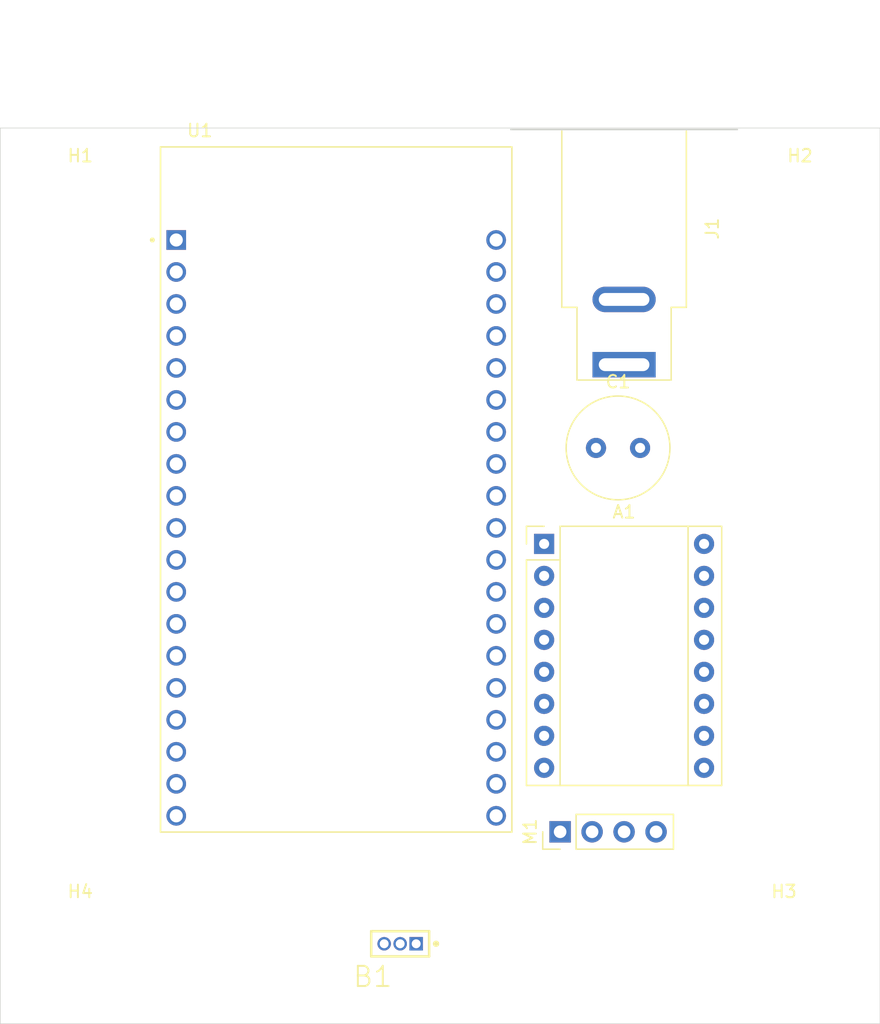
<source format=kicad_pcb>
(kicad_pcb (version 20241229) (generator "pcbnew") (generator_version "9.0")
  (layers (0 "F.Cu" signal) (2 "B.Cu" signal) (13 "F.Paste" user) (15 "B.Paste" user) (5 "F.SilkS" user "F.Silkscreen") (7 "B.SilkS" user "B.Silkscreen") (1 "F.Mask" user) (3 "B.Mask" user) (25 "Edge.Cuts" user))
  (net 0 "")
  (net 1 "Net-(A1-2A)")
  (net 2 "+5V")
  (net 3 "<NO NET>")
  (net 4 "Net-(A1-1B)")
  (net 5 "D19")
  (net 6 "Net-(A1-1A)")
  (net 7 "Net-(A1-~{RESET})")
  (net 8 "D18")
  (net 10 "+12V")
  (net 11 "Net-(A1-2B)")
  (net 12 "D15")
  (net 13 "GND")
  (footprint "Module:Pololu_Breakout-16_15.2x20.3mm" (layer "F.Cu") (at 151.13 95.25)
    (property "Reference" "A1" (at 6.35 -2.54 0) (layer "F.SilkS"))
    (property "Value" "Pololu_Breakout_A4988")
    (fp_line (start -1.4 -1.4) (end -1.4 0) (stroke (width 0.12)) (layer "F.SilkS"))
    (fp_line (start -1.4 1.27) (end -1.4 19.18) (stroke (width 0.12)) (layer "F.SilkS"))
    (fp_line (start -1.4 19.18) (end 14.1 19.18) (stroke (width 0.12)) (layer "F.SilkS"))
    (fp_line (start 0 -1.4) (end -1.4 -1.4) (stroke (width 0.12)) (layer "F.SilkS"))
    (fp_line (start 1.27 -1.4) (end 1.27 1.27) (stroke (width 0.12)) (layer "F.SilkS"))
    (fp_line (start 1.27 1.27) (end -1.4 1.27) (stroke (width 0.12)) (layer "F.SilkS"))
    (fp_line (start 1.27 1.27) (end 1.27 19.18) (stroke (width 0.12)) (layer "F.SilkS"))
    (fp_line (start 11.43 -1.4) (end 11.43 19.18) (stroke (width 0.12)) (layer "F.SilkS"))
    (fp_line (start 14.1 -1.4) (end 1.27 -1.4) (stroke (width 0.12)) (layer "F.SilkS"))
    (fp_line (start 14.1 19.18) (end 14.1 -1.4) (stroke (width 0.12)) (layer "F.SilkS"))
    (pad "1" thru_hole rect (at 0 0) (size 1.6 1.6) (drill 0.8) (layers "*.Cu" "*.Mask") (net 3 "<NO NET>"))
    (pad "2" thru_hole oval (at 0 2.54) (size 1.6 1.6) (drill 0.8) (layers "*.Cu" "*.Mask") (net 2 "+5V"))
    (pad "3" thru_hole oval (at 0 5.08) (size 1.6 1.6) (drill 0.8) (layers "*.Cu" "*.Mask") (net 4 "Net-(A1-1B)"))
    (pad "4" thru_hole oval (at 0 7.62) (size 1.6 1.6) (drill 0.8) (layers "*.Cu" "*.Mask") (net 6 "Net-(A1-1A)"))
    (pad "5" thru_hole oval (at 0 10.16) (size 1.6 1.6) (drill 0.8) (layers "*.Cu" "*.Mask") (net 1 "Net-(A1-2A)"))
    (pad "6" thru_hole oval (at 0 12.7) (size 1.6 1.6) (drill 0.8) (layers "*.Cu" "*.Mask") (net 11 "Net-(A1-2B)"))
    (pad "7" thru_hole oval (at 0 15.24) (size 1.6 1.6) (drill 0.8) (layers "*.Cu" "*.Mask") (net 3 "<NO NET>"))
    (pad "8" thru_hole oval (at 0 17.78) (size 1.6 1.6) (drill 0.8) (layers "*.Cu" "*.Mask") (net 10 "+12V"))
    (pad "9" thru_hole oval (at 12.7 17.78) (size 1.6 1.6) (drill 0.8) (layers "*.Cu" "*.Mask"))
    (pad "10" thru_hole oval (at 12.7 15.24) (size 1.6 1.6) (drill 0.8) (layers "*.Cu" "*.Mask") (net 2 "+5V"))
    (pad "11" thru_hole oval (at 12.7 12.7) (size 1.6 1.6) (drill 0.8) (layers "*.Cu" "*.Mask") (net 2 "+5V"))
    (pad "12" thru_hole oval (at 12.7 10.16) (size 1.6 1.6) (drill 0.8) (layers "*.Cu" "*.Mask") (net 2 "+5V"))
    (pad "13" thru_hole oval (at 12.7 7.62) (size 1.6 1.6) (drill 0.8) (layers "*.Cu" "*.Mask") (net 7 "Net-(A1-~{RESET})"))
    (pad "14" thru_hole oval (at 12.7 5.08) (size 1.6 1.6) (drill 0.8) (layers "*.Cu" "*.Mask") (net 7 "Net-(A1-~{RESET})"))
    (pad "15" thru_hole oval (at 12.7 2.54) (size 1.6 1.6) (drill 0.8) (layers "*.Cu" "*.Mask") (net 8 "D18"))
    (pad "16" thru_hole oval (at 12.7 0) (size 1.6 1.6) (drill 0.8) (layers "*.Cu" "*.Mask") (net 5 "D19"))
  )
  (footprint "ESP32-DEVKITC-32D:MODULE_ESP32-DEVKITC-32D" (layer "F.Cu") (at 134.62 90.88)
    (property "Reference" "U1" (at -10.829175 -28.446045 0) (layer "F.SilkS") (effects (font (size 1.000386 1.000386))))
    (property "Value" "ESP32-DEVKITC-32D")
    (fp_line (start -13.95 -27.15) (end 13.95 -27.15) (stroke (width 0.127)) (layer "F.SilkS"))
    (fp_line (start -13.95 27.25) (end -13.95 -27.15) (stroke (width 0.127)) (layer "F.SilkS"))
    (fp_line (start 13.95 -27.15) (end 13.95 27.25) (stroke (width 0.127)) (layer "F.SilkS"))
    (fp_line (start 13.95 27.25) (end -13.95 27.25) (stroke (width 0.127)) (layer "F.SilkS"))
    (fp_circle (center -14.6 -19.76) (end -14.5 -19.76) (stroke (width 0.2)) (fill no) (layer "F.SilkS"))
    (pad "J2-1" thru_hole rect (at -12.7 -19.76) (size 1.56 1.56) (drill 1.04) (layers "*.Cu" "*.Mask"))
    (pad "J2-2" thru_hole circle (at -12.7 -17.22) (size 1.56 1.56) (drill 1.04) (layers "*.Cu" "*.Mask"))
    (pad "J2-3" thru_hole circle (at -12.7 -14.68) (size 1.56 1.56) (drill 1.04) (layers "*.Cu" "*.Mask"))
    (pad "J2-4" thru_hole circle (at -12.7 -12.14) (size 1.56 1.56) (drill 1.04) (layers "*.Cu" "*.Mask"))
    (pad "J2-5" thru_hole circle (at -12.7 -9.6) (size 1.56 1.56) (drill 1.04) (layers "*.Cu" "*.Mask"))
    (pad "J2-6" thru_hole circle (at -12.7 -7.06) (size 1.56 1.56) (drill 1.04) (layers "*.Cu" "*.Mask"))
    (pad "J2-7" thru_hole circle (at -12.7 -4.52) (size 1.56 1.56) (drill 1.04) (layers "*.Cu" "*.Mask"))
    (pad "J2-8" thru_hole circle (at -12.7 -1.98) (size 1.56 1.56) (drill 1.04) (layers "*.Cu" "*.Mask"))
    (pad "J2-9" thru_hole circle (at -12.7 0.56) (size 1.56 1.56) (drill 1.04) (layers "*.Cu" "*.Mask"))
    (pad "J2-10" thru_hole circle (at -12.7 3.1) (size 1.56 1.56) (drill 1.04) (layers "*.Cu" "*.Mask"))
    (pad "J2-11" thru_hole circle (at -12.7 5.64) (size 1.56 1.56) (drill 1.04) (layers "*.Cu" "*.Mask"))
    (pad "J2-12" thru_hole circle (at -12.7 8.18) (size 1.56 1.56) (drill 1.04) (layers "*.Cu" "*.Mask"))
    (pad "J2-13" thru_hole circle (at -12.7 10.72) (size 1.56 1.56) (drill 1.04) (layers "*.Cu" "*.Mask"))
    (pad "J2-14" thru_hole circle (at -12.7 13.26) (size 1.56 1.56) (drill 1.04) (layers "*.Cu" "*.Mask") (net 13 "GND"))
    (pad "J2-15" thru_hole circle (at -12.7 15.8) (size 1.56 1.56) (drill 1.04) (layers "*.Cu" "*.Mask"))
    (pad "J2-16" thru_hole circle (at -12.7 18.34) (size 1.56 1.56) (drill 1.04) (layers "*.Cu" "*.Mask"))
    (pad "J2-17" thru_hole circle (at -12.7 20.88) (size 1.56 1.56) (drill 1.04) (layers "*.Cu" "*.Mask"))
    (pad "J2-18" thru_hole circle (at -12.7 23.42) (size 1.56 1.56) (drill 1.04) (layers "*.Cu" "*.Mask"))
    (pad "J2-19" thru_hole circle (at -12.7 25.96) (size 1.56 1.56) (drill 1.04) (layers "*.Cu" "*.Mask"))
    (pad "J3-1" thru_hole circle (at 12.7 -19.76) (size 1.56 1.56) (drill 1.04) (layers "*.Cu" "*.Mask") (net 13 "GND"))
    (pad "J3-2" thru_hole circle (at 12.7 -17.22) (size 1.56 1.56) (drill 1.04) (layers "*.Cu" "*.Mask"))
    (pad "J3-3" thru_hole circle (at 12.7 -14.68) (size 1.56 1.56) (drill 1.04) (layers "*.Cu" "*.Mask"))
    (pad "J3-4" thru_hole circle (at 12.7 -12.14) (size 1.56 1.56) (drill 1.04) (layers "*.Cu" "*.Mask"))
    (pad "J3-5" thru_hole circle (at 12.7 -9.6) (size 1.56 1.56) (drill 1.04) (layers "*.Cu" "*.Mask"))
    (pad "J3-6" thru_hole circle (at 12.7 -7.06) (size 1.56 1.56) (drill 1.04) (layers "*.Cu" "*.Mask"))
    (pad "J3-7" thru_hole circle (at 12.7 -4.52) (size 1.56 1.56) (drill 1.04) (layers "*.Cu" "*.Mask") (net 13 "GND"))
    (pad "J3-8" thru_hole circle (at 12.7 -1.98) (size 1.56 1.56) (drill 1.04) (layers "*.Cu" "*.Mask") (net 5 "D19"))
    (pad "J3-9" thru_hole circle (at 12.7 0.56) (size 1.56 1.56) (drill 1.04) (layers "*.Cu" "*.Mask") (net 8 "D18"))
    (pad "J3-10" thru_hole circle (at 12.7 3.1) (size 1.56 1.56) (drill 1.04) (layers "*.Cu" "*.Mask"))
    (pad "J3-11" thru_hole circle (at 12.7 5.64) (size 1.56 1.56) (drill 1.04) (layers "*.Cu" "*.Mask"))
    (pad "J3-12" thru_hole circle (at 12.7 8.18) (size 1.56 1.56) (drill 1.04) (layers "*.Cu" "*.Mask"))
    (pad "J3-13" thru_hole circle (at 12.7 10.72) (size 1.56 1.56) (drill 1.04) (layers "*.Cu" "*.Mask"))
    (pad "J3-14" thru_hole circle (at 12.7 13.26) (size 1.56 1.56) (drill 1.04) (layers "*.Cu" "*.Mask"))
    (pad "J3-15" thru_hole circle (at 12.7 15.8) (size 1.56 1.56) (drill 1.04) (layers "*.Cu" "*.Mask"))
    (pad "J3-16" thru_hole circle (at 12.7 18.34) (size 1.56 1.56) (drill 1.04) (layers "*.Cu" "*.Mask") (net 12 "D15"))
    (pad "J3-17" thru_hole circle (at 12.7 20.88) (size 1.56 1.56) (drill 1.04) (layers "*.Cu" "*.Mask"))
    (pad "J3-18" thru_hole circle (at 12.7 23.42) (size 1.56 1.56) (drill 1.04) (layers "*.Cu" "*.Mask"))
    (pad "J3-19" thru_hole circle (at 12.7 25.96) (size 1.56 1.56) (drill 1.04) (layers "*.Cu" "*.Mask"))
  )
  (footprint "MountingHole:MountingHole_3.2mm_M3" (layer "F.Cu") (at 171.45 68.58)
    (property "Reference" "H2" (at 0 -4.15 0) (layer "F.SilkS"))
    (property "Value" "MountingHole")
    (pad "" np_thru_hole circle (at 0 0) (size 3.2 3.2) (drill 3.2) (layers "*.Cu" "*.Mask"))
  )
  (footprint "Capacitor_THT:C_Radial_D8.0mm_H11.5mm_P3.50mm" (layer "F.Cu") (at 155.25 87.63)
    (property "Reference" "C1" (at 1.75 -5.25 0) (layer "F.SilkS"))
    (property "Value" "100uF")
    (fp_circle (center 1.75 0) (end 5.87 0) (stroke (width 0.12)) (fill no) (layer "F.SilkS"))
    (pad "1" thru_hole circle (at 0 0) (size 1.6 1.6) (drill 0.8) (layers "*.Cu" "*.Mask") (net 10 "+12V"))
    (pad "2" thru_hole circle (at 3.5 0) (size 1.6 1.6) (drill 0.8) (layers "*.Cu" "*.Mask") (net 3 "<NO NET>"))
  )
  (footprint "MountingHole:MountingHole_3.2mm_M3" (layer "F.Cu") (at 170.18 127)
    (property "Reference" "H3" (at 0 -4.15 0) (layer "F.SilkS"))
    (property "Value" "MountingHole")
    (pad "" np_thru_hole circle (at 0 0) (size 3.2 3.2) (drill 3.2) (layers "*.Cu" "*.Mask"))
  )
  (footprint "Connector_PinHeader_2.54mm:PinHeader_1x04_P2.54mm_Vertical" (layer "F.Cu") (at 152.4 118.11 90)
    (property "Reference" "M1" (at 0 -2.38 90) (layer "F.SilkS"))
    (property "Value" "Stepper_Motor_bipolar")
    (fp_line (start -1.38 -1.38) (end 0 -1.38) (stroke (width 0.12)) (layer "F.SilkS"))
    (fp_line (start -1.38 0) (end -1.38 -1.38) (stroke (width 0.12)) (layer "F.SilkS"))
    (fp_line (start 1.38 1.27) (end 1.38 9) (stroke (width 0.12)) (layer "F.SilkS"))
    (fp_line (start -1.38 1.27) (end 1.38 1.27) (stroke (width 0.12)) (layer "F.SilkS"))
    (fp_line (start -1.38 1.27) (end -1.38 9) (stroke (width 0.12)) (layer "F.SilkS"))
    (fp_line (start -1.38 9) (end 1.38 9) (stroke (width 0.12)) (layer "F.SilkS"))
    (pad "1" thru_hole rect (at 0 0 90) (size 1.7 1.7) (drill 1) (layers "*.Cu" "*.Mask") (net 6 "Net-(A1-1A)"))
    (pad "2" thru_hole circle (at 0 2.54 90) (size 1.7 1.7) (drill 1) (layers "*.Cu" "*.Mask") (net 4 "Net-(A1-1B)"))
    (pad "3" thru_hole circle (at 0 5.08 90) (size 1.7 1.7) (drill 1) (layers "*.Cu" "*.Mask") (net 1 "Net-(A1-2A)"))
    (pad "4" thru_hole circle (at 0 7.62 90) (size 1.7 1.7) (drill 1) (layers "*.Cu" "*.Mask") (net 11 "Net-(A1-2B)"))
  )
  (footprint "Connector_BarrelJack:BarrelJack_SwitchcraftConxall_RAPC10U_Horizontal" (layer "F.Cu") (at 157.48 81.02 -90)
    (property "Reference" "J1" (at -10.8 -7 90) (layer "F.SilkS"))
    (property "Value" "Barrel_Jack")
    (fp_line (start -18.55 4.945) (end -4.55 4.945) (stroke (width 0.12)) (layer "F.SilkS"))
    (fp_line (start -4.55 4.945) (end -4.55 3.74) (stroke (width 0.12)) (layer "F.SilkS"))
    (fp_line (start -4.55 3.74) (end 1.22 3.74) (stroke (width 0.12)) (layer "F.SilkS"))
    (fp_line (start 1.22 3.74) (end 1.22 -3.74) (stroke (width 0.12)) (layer "F.SilkS"))
    (fp_line (start -4.55 -3.74) (end -4.55 -4.945) (stroke (width 0.12)) (layer "F.SilkS"))
    (fp_line (start 1.22 -3.74) (end -4.55 -3.74) (stroke (width 0.12)) (layer "F.SilkS"))
    (fp_line (start -4.55 -4.945) (end -18.55 -4.945) (stroke (width 0.12)) (layer "F.SilkS"))
    (fp_line (start -18.67 -9) (end -18.67 9) (stroke (width 0.12)) (layer "Edge.Cuts"))
    (pad "1" thru_hole rect (at 0 0 270) (size 2.02 5.02) (drill oval 1.02 4.02) (layers "*.Cu" "*.Mask") (net 10 "+12V"))
    (pad "2" thru_hole oval (at -5.18 0 270) (size 2.02 5.02) (drill oval 1.02 4.02) (layers "*.Cu" "*.Mask") (net 3 "<NO NET>"))
  )
  (footprint "TLE4905L:IFX-PG-SSO-3-2" (layer "F.Cu") (at 139.7 127 180)
    (property "Reference" "B1" (at 2.18 -2.62 0) (layer "F.SilkS") (effects (font (size 1.6 1.6))))
    (property "Value" "TLE4905L")
    (fp_line (start 2.3 1) (end 2.3 -1) (stroke (width 0.2)) (layer "F.SilkS"))
    (fp_line (start -2.3 1) (end 2.3 1) (stroke (width 0.2)) (layer "F.SilkS"))
    (fp_line (start -2.3 1) (end -2.3 -1) (stroke (width 0.2)) (layer "F.SilkS"))
    (fp_line (start -2.3 -1) (end 2.3 -1) (stroke (width 0.2)) (layer "F.SilkS"))
    (fp_circle (center -2.85 0) (end -2.725 0) (stroke (width 0.25)) (fill no) (layer "F.SilkS"))
    (pad "1" thru_hole rect (at -1.27 0 180) (size 1.07 1.07) (drill 0.71) (layers "*.Cu" "*.Mask") (net 2 "+5V"))
    (pad "2" thru_hole circle (at 0 0 180) (size 1.07 1.07) (drill 0.71) (layers "*.Cu" "*.Mask") (net 13 "GND"))
    (pad "3" thru_hole circle (at 1.27 0 180) (size 1.07 1.07) (drill 0.71) (layers "*.Cu" "*.Mask") (net 12 "D15"))
  )
  (footprint "MountingHole:MountingHole_3.2mm_M3" (layer "F.Cu") (at 114.3 127)
    (property "Reference" "H4" (at 0 -4.15 0) (layer "F.SilkS"))
    (property "Value" "MountingHole")
    (pad "" np_thru_hole circle (at 0 0) (size 3.2 3.2) (drill 3.2) (layers "*.Cu" "*.Mask"))
  )
  (footprint "MountingHole:MountingHole_3.2mm_M3" (layer "F.Cu") (at 114.3 68.58)
    (property "Reference" "H1" (at 0 -4.15 0) (layer "F.SilkS"))
    (property "Value" "MountingHole")
    (pad "" np_thru_hole circle (at 0 0) (size 3.2 3.2) (drill 3.2) (layers "*.Cu" "*.Mask"))
  )
  (gr_line (start 107.95 133.35) (end 107.95 62.23) (stroke (width 0.05)) (layer "Edge.Cuts"))
  (gr_line (start 107.95 62.23) (end 177.8 62.23) (stroke (width 0.05)) (layer "Edge.Cuts"))
  (gr_line (start 177.8 62.23) (end 177.8 133.35) (stroke (width 0.05)) (layer "Edge.Cuts"))
  (gr_line (start 177.8 133.35) (end 107.95 133.35) (stroke (width 0.05)) (layer "Edge.Cuts"))
)
</source>
